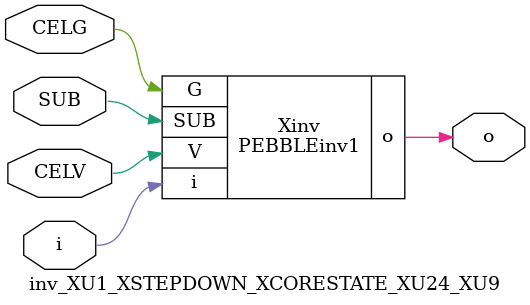
<source format=v>



module PEBBLEinv1 ( o, G, SUB, V, i );

  input V;
  input i;
  input G;
  output o;
  input SUB;
endmodule

//Celera Confidential Do Not Copy inv_XU1_XSTEPDOWN_XCORESTATE_XU24_XU9
//Celera Confidential Symbol Generator
//5V Inverter
module inv_XU1_XSTEPDOWN_XCORESTATE_XU24_XU9 (CELV,CELG,i,o,SUB);
input CELV;
input CELG;
input i;
input SUB;
output o;

//Celera Confidential Do Not Copy inv
PEBBLEinv1 Xinv(
.V (CELV),
.i (i),
.o (o),
.SUB (SUB),
.G (CELG)
);
//,diesize,PEBBLEinv1

//Celera Confidential Do Not Copy Module End
//Celera Schematic Generator
endmodule

</source>
